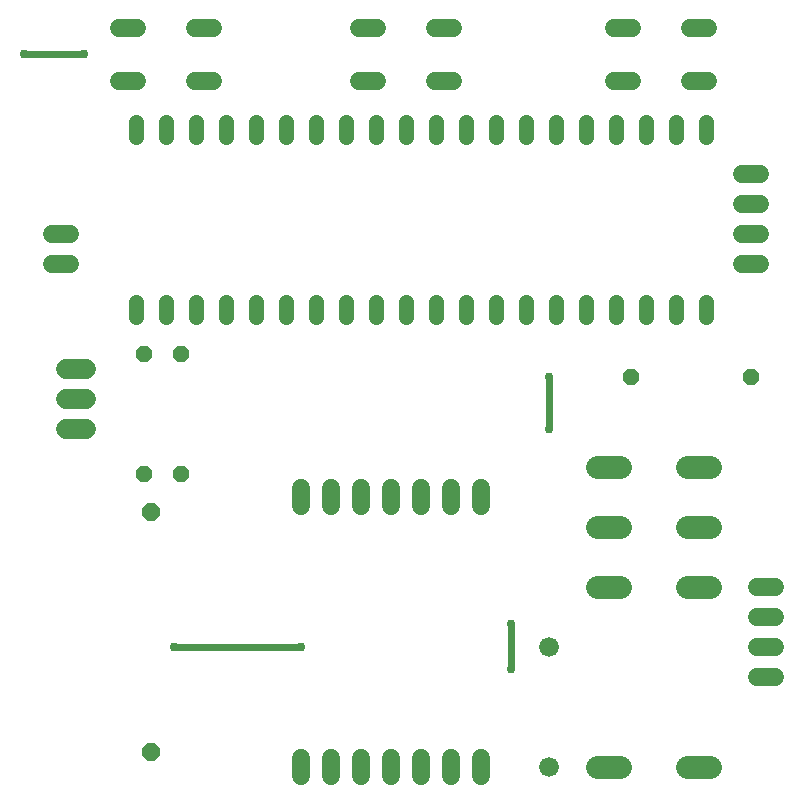
<source format=gbr>
G04 EAGLE Gerber RS-274X export*
G75*
%MOMM*%
%FSLAX34Y34*%
%LPD*%
%INTop Copper*%
%IPPOS*%
%AMOC8*
5,1,8,0,0,1.08239X$1,22.5*%
G01*
%ADD10C,1.308000*%
%ADD11C,1.524000*%
%ADD12P,1.649562X8X22.500000*%
%ADD13P,1.429621X8X202.500000*%
%ADD14C,1.676400*%
%ADD15C,1.981200*%
%ADD16P,1.429621X8X112.500000*%
%ADD17C,1.676400*%
%ADD18C,0.756400*%
%ADD19C,0.609600*%


D10*
X120650Y418910D02*
X120650Y431990D01*
X146050Y431990D02*
X146050Y418910D01*
X171450Y418910D02*
X171450Y431990D01*
X196850Y431990D02*
X196850Y418910D01*
X222250Y418910D02*
X222250Y431990D01*
X247650Y431990D02*
X247650Y418910D01*
X273050Y418910D02*
X273050Y431990D01*
X298450Y431990D02*
X298450Y418910D01*
X323850Y418910D02*
X323850Y431990D01*
X349250Y431990D02*
X349250Y418910D01*
X374650Y418910D02*
X374650Y431990D01*
X400050Y431990D02*
X400050Y418910D01*
X425450Y418910D02*
X425450Y431990D01*
X450850Y431990D02*
X450850Y418910D01*
X476250Y418910D02*
X476250Y431990D01*
X501650Y431990D02*
X501650Y418910D01*
X527050Y418910D02*
X527050Y431990D01*
X552450Y431990D02*
X552450Y418910D01*
X577850Y418910D02*
X577850Y431990D01*
X603250Y431990D02*
X603250Y418910D01*
X120650Y571310D02*
X120650Y584390D01*
X146050Y584390D02*
X146050Y571310D01*
X171450Y571310D02*
X171450Y584390D01*
X196850Y584390D02*
X196850Y571310D01*
X222250Y571310D02*
X222250Y584390D01*
X247650Y584390D02*
X247650Y571310D01*
X273050Y571310D02*
X273050Y584390D01*
X298450Y584390D02*
X298450Y571310D01*
X323850Y571310D02*
X323850Y584390D01*
X349250Y584390D02*
X349250Y571310D01*
X374650Y571310D02*
X374650Y584390D01*
X400050Y584390D02*
X400050Y571310D01*
X425450Y571310D02*
X425450Y584390D01*
X450850Y584390D02*
X450850Y571310D01*
X476250Y571310D02*
X476250Y584390D01*
X501650Y584390D02*
X501650Y571310D01*
X527050Y571310D02*
X527050Y584390D01*
X552450Y584390D02*
X552450Y571310D01*
X577850Y571310D02*
X577850Y584390D01*
X603250Y584390D02*
X603250Y571310D01*
D11*
X64770Y488950D02*
X49530Y488950D01*
X49530Y463550D02*
X64770Y463550D01*
X260350Y274320D02*
X260350Y259080D01*
X285750Y259080D02*
X285750Y274320D01*
X311150Y274320D02*
X311150Y259080D01*
X336550Y259080D02*
X336550Y274320D01*
X361950Y274320D02*
X361950Y259080D01*
X387350Y259080D02*
X387350Y274320D01*
X412750Y274320D02*
X412750Y259080D01*
X260350Y45720D02*
X260350Y30480D01*
X285750Y30480D02*
X285750Y45720D01*
X311150Y45720D02*
X311150Y30480D01*
X336550Y30480D02*
X336550Y45720D01*
X361950Y45720D02*
X361950Y30480D01*
X387350Y30480D02*
X387350Y45720D01*
X412750Y45720D02*
X412750Y30480D01*
D12*
X133350Y254000D03*
X133350Y50800D03*
D11*
X633730Y463550D02*
X648970Y463550D01*
X648970Y488950D02*
X633730Y488950D01*
X633730Y514350D02*
X648970Y514350D01*
X648970Y539750D02*
X633730Y539750D01*
D13*
X641350Y368300D03*
X539750Y368300D03*
D11*
X389382Y618744D02*
X374142Y618744D01*
X374142Y663956D02*
X389382Y663956D01*
X324358Y618744D02*
X309118Y618744D01*
X309118Y663956D02*
X324358Y663956D01*
X590042Y618744D02*
X605282Y618744D01*
X605282Y663956D02*
X590042Y663956D01*
X540258Y618744D02*
X525018Y618744D01*
X525018Y663956D02*
X540258Y663956D01*
X186182Y618744D02*
X170942Y618744D01*
X170942Y663956D02*
X186182Y663956D01*
X121158Y618744D02*
X105918Y618744D01*
X105918Y663956D02*
X121158Y663956D01*
D14*
X78232Y323850D02*
X61468Y323850D01*
X61468Y349250D02*
X78232Y349250D01*
X78232Y374650D02*
X61468Y374650D01*
D15*
X586994Y38100D02*
X606806Y38100D01*
X530606Y38100D02*
X510794Y38100D01*
X510794Y241300D02*
X530606Y241300D01*
X586994Y190500D02*
X606806Y190500D01*
X606806Y292100D02*
X586994Y292100D01*
X586994Y241300D02*
X606806Y241300D01*
X530606Y190500D02*
X510794Y190500D01*
X510794Y292100D02*
X530606Y292100D01*
D16*
X127000Y285750D03*
X127000Y387350D03*
X158750Y285750D03*
X158750Y387350D03*
D17*
X469900Y139700D03*
X469900Y38100D03*
D11*
X646430Y190500D02*
X661670Y190500D01*
X661670Y165100D02*
X646430Y165100D01*
X646430Y139700D02*
X661670Y139700D01*
X661670Y114300D02*
X646430Y114300D01*
D18*
X438150Y120650D03*
D19*
X438150Y158750D01*
D18*
X438150Y158750D03*
X76200Y641350D03*
D19*
X25400Y641350D01*
D18*
X25400Y641350D03*
X469900Y323850D03*
D19*
X469900Y368300D01*
D18*
X469900Y368300D03*
X260350Y139700D03*
D19*
X152400Y139700D01*
D18*
X152400Y139700D03*
M02*

</source>
